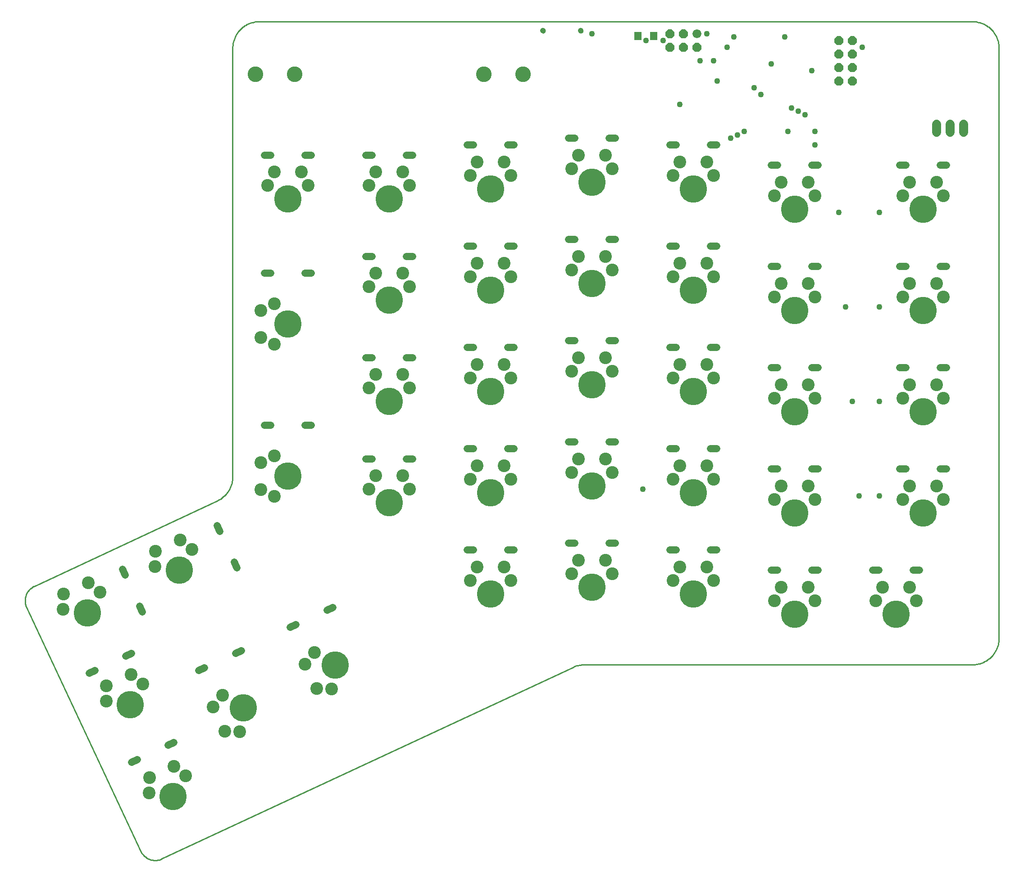
<source format=gbs>
G75*
G70*
%OFA0B0*%
%FSLAX24Y24*%
%IPPOS*%
%LPD*%
%AMOC8*
5,1,8,0,0,1.08239X$1,22.5*
%
%ADD10C,0.0100*%
%ADD11C,0.0945*%
%ADD12C,0.2030*%
%ADD13C,0.0540*%
%ADD14C,0.1155*%
%ADD15OC8,0.0660*%
%ADD16C,0.0000*%
%ADD17C,0.0414*%
%ADD18C,0.0660*%
%ADD19R,0.0532X0.0611*%
%ADD20C,0.0660*%
%ADD21C,0.0436*%
D10*
X011301Y002388D02*
X002853Y020446D01*
X002827Y020506D01*
X002804Y020569D01*
X002785Y020632D01*
X002769Y020696D01*
X002757Y020761D01*
X002748Y020827D01*
X002743Y020893D01*
X002742Y020959D01*
X002745Y021026D01*
X002751Y021092D01*
X002761Y021157D01*
X002775Y021222D01*
X002792Y021286D01*
X002813Y021349D01*
X002837Y021410D01*
X002865Y021470D01*
X002896Y021529D01*
X002930Y021586D01*
X002968Y021640D01*
X003008Y021693D01*
X003051Y021743D01*
X003098Y021791D01*
X003146Y021836D01*
X003197Y021878D01*
X003251Y021917D01*
X003306Y021953D01*
X003364Y021986D01*
X003423Y022016D01*
X003422Y022016D02*
X016965Y028348D01*
X016966Y028347D02*
X017049Y028389D01*
X017130Y028434D01*
X017209Y028483D01*
X017286Y028536D01*
X017360Y028592D01*
X017431Y028652D01*
X017500Y028715D01*
X017565Y028781D01*
X017627Y028850D01*
X017686Y028922D01*
X017741Y028997D01*
X017793Y029074D01*
X017841Y029153D01*
X017885Y029235D01*
X017926Y029319D01*
X017962Y029405D01*
X017994Y029492D01*
X018022Y029580D01*
X018046Y029670D01*
X018066Y029761D01*
X018081Y029853D01*
X018092Y029945D01*
X018099Y030038D01*
X018101Y030131D01*
X018100Y030131D02*
X018100Y061870D01*
X018102Y061964D01*
X018109Y062057D01*
X018120Y062150D01*
X018136Y062243D01*
X018156Y062334D01*
X018180Y062425D01*
X018208Y062514D01*
X018241Y062602D01*
X018278Y062688D01*
X018319Y062772D01*
X018364Y062855D01*
X018413Y062935D01*
X018465Y063012D01*
X018521Y063087D01*
X018581Y063159D01*
X018644Y063229D01*
X018710Y063295D01*
X018780Y063358D01*
X018852Y063418D01*
X018927Y063474D01*
X019004Y063526D01*
X019084Y063575D01*
X019167Y063620D01*
X019251Y063661D01*
X019337Y063698D01*
X019425Y063731D01*
X019514Y063759D01*
X019605Y063783D01*
X019696Y063803D01*
X019789Y063819D01*
X019882Y063830D01*
X019975Y063837D01*
X020069Y063839D01*
X072825Y063839D01*
X072919Y063837D01*
X073012Y063830D01*
X073105Y063819D01*
X073198Y063803D01*
X073289Y063783D01*
X073380Y063759D01*
X073469Y063731D01*
X073557Y063698D01*
X073643Y063661D01*
X073727Y063620D01*
X073809Y063575D01*
X073890Y063526D01*
X073967Y063474D01*
X074042Y063418D01*
X074114Y063358D01*
X074184Y063295D01*
X074250Y063229D01*
X074313Y063159D01*
X074373Y063087D01*
X074429Y063012D01*
X074481Y062935D01*
X074530Y062854D01*
X074575Y062772D01*
X074616Y062688D01*
X074653Y062602D01*
X074686Y062514D01*
X074714Y062425D01*
X074738Y062334D01*
X074758Y062243D01*
X074774Y062150D01*
X074785Y062057D01*
X074792Y061964D01*
X074794Y061870D01*
X074793Y061870D02*
X074793Y018169D01*
X074794Y018169D02*
X074792Y018075D01*
X074785Y017982D01*
X074774Y017889D01*
X074758Y017796D01*
X074738Y017705D01*
X074714Y017614D01*
X074686Y017525D01*
X074653Y017437D01*
X074616Y017351D01*
X074575Y017267D01*
X074530Y017185D01*
X074481Y017104D01*
X074429Y017027D01*
X074373Y016952D01*
X074313Y016880D01*
X074250Y016810D01*
X074184Y016744D01*
X074114Y016681D01*
X074042Y016621D01*
X073967Y016565D01*
X073890Y016513D01*
X073810Y016464D01*
X073727Y016419D01*
X073643Y016378D01*
X073557Y016341D01*
X073469Y016308D01*
X073380Y016280D01*
X073289Y016256D01*
X073198Y016236D01*
X073105Y016220D01*
X073012Y016209D01*
X072919Y016202D01*
X072825Y016200D01*
X072825Y016201D02*
X044127Y016201D01*
X043295Y016016D02*
X012870Y001818D01*
X012807Y001791D01*
X012743Y001767D01*
X012677Y001747D01*
X012610Y001731D01*
X012543Y001720D01*
X012475Y001712D01*
X012406Y001708D01*
X012337Y001707D01*
X012269Y001711D01*
X012201Y001719D01*
X012133Y001731D01*
X012066Y001747D01*
X012000Y001767D01*
X011936Y001790D01*
X011873Y001817D01*
X011811Y001848D01*
X011752Y001882D01*
X011695Y001920D01*
X011639Y001961D01*
X011587Y002005D01*
X011537Y002052D01*
X011490Y002102D01*
X011445Y002154D01*
X011404Y002209D01*
X011367Y002267D01*
X011332Y002326D01*
X011301Y002387D01*
X043294Y016016D02*
X043382Y016055D01*
X043471Y016089D01*
X043562Y016118D01*
X043654Y016143D01*
X043747Y016164D01*
X043841Y016180D01*
X043936Y016192D01*
X044031Y016199D01*
X044127Y016201D01*
D11*
X038691Y022437D03*
X038191Y023437D03*
X036191Y023437D03*
X035691Y022437D03*
X043191Y022937D03*
X043691Y023937D03*
X045691Y023937D03*
X046191Y022937D03*
X050691Y022437D03*
X051191Y023437D03*
X053191Y023437D03*
X053691Y022437D03*
X058191Y020937D03*
X058691Y021937D03*
X060691Y021937D03*
X061191Y020937D03*
X065691Y020937D03*
X066191Y021937D03*
X068191Y021937D03*
X068691Y020937D03*
X067691Y028437D03*
X068191Y029437D03*
X070191Y029437D03*
X070691Y028437D03*
X070691Y035937D03*
X070191Y036937D03*
X068191Y036937D03*
X067691Y035937D03*
X061191Y035937D03*
X060691Y036937D03*
X058691Y036937D03*
X058191Y035937D03*
X053691Y037437D03*
X053191Y038437D03*
X051191Y038437D03*
X050691Y037437D03*
X046191Y037937D03*
X045691Y038937D03*
X043691Y038937D03*
X043191Y037937D03*
X038691Y037437D03*
X038191Y038437D03*
X036191Y038437D03*
X035691Y037437D03*
X031191Y036687D03*
X030691Y037687D03*
X028691Y037687D03*
X028191Y036687D03*
X021191Y039933D03*
X020191Y040433D03*
X020191Y042433D03*
X021191Y042933D03*
X028191Y044187D03*
X028691Y045187D03*
X030691Y045187D03*
X031191Y044187D03*
X035691Y044937D03*
X036191Y045937D03*
X038191Y045937D03*
X038691Y044937D03*
X043191Y045437D03*
X043691Y046437D03*
X045691Y046437D03*
X046191Y045437D03*
X050691Y044937D03*
X051191Y045937D03*
X053191Y045937D03*
X053691Y044937D03*
X058191Y043437D03*
X058691Y044437D03*
X060691Y044437D03*
X061191Y043437D03*
X067691Y043437D03*
X068191Y044437D03*
X070191Y044437D03*
X070691Y043437D03*
X070691Y050937D03*
X070191Y051937D03*
X068191Y051937D03*
X067691Y050937D03*
X061191Y050937D03*
X060691Y051937D03*
X058691Y051937D03*
X058191Y050937D03*
X053691Y052437D03*
X053191Y053437D03*
X051191Y053437D03*
X050691Y052437D03*
X046191Y052937D03*
X045691Y053937D03*
X043691Y053937D03*
X043191Y052937D03*
X038691Y052437D03*
X038191Y053437D03*
X036191Y053437D03*
X035691Y052437D03*
X031191Y051687D03*
X030691Y052687D03*
X028691Y052687D03*
X028191Y051687D03*
X023691Y051687D03*
X023191Y052687D03*
X021191Y052687D03*
X020691Y051687D03*
X021191Y031683D03*
X020191Y031183D03*
X020191Y029183D03*
X021191Y028683D03*
X015086Y024741D03*
X014210Y025436D03*
X012397Y024591D03*
X012367Y023474D03*
X008289Y021572D03*
X007413Y022267D03*
X005600Y021422D03*
X005570Y020305D03*
X010582Y015470D03*
X011458Y014775D03*
X008769Y014625D03*
X008739Y013508D03*
X013752Y008672D03*
X014628Y007977D03*
X011939Y007827D03*
X011909Y006710D03*
X017513Y011254D03*
X018630Y011223D03*
X016667Y013066D03*
X017362Y013942D03*
X023464Y016236D03*
X024159Y017112D03*
X024310Y014424D03*
X025427Y014393D03*
X028191Y029187D03*
X028691Y030187D03*
X030691Y030187D03*
X031191Y029187D03*
X035691Y029937D03*
X036191Y030937D03*
X038191Y030937D03*
X038691Y029937D03*
X043191Y030437D03*
X043691Y031437D03*
X045691Y031437D03*
X046191Y030437D03*
X050691Y029937D03*
X051191Y030937D03*
X053191Y030937D03*
X053691Y029937D03*
X058191Y028437D03*
X058691Y029437D03*
X060691Y029437D03*
X061191Y028437D03*
D12*
X059691Y027437D03*
X052191Y028937D03*
X059691Y034937D03*
X052191Y036437D03*
X059691Y042437D03*
X052191Y043937D03*
X059691Y049937D03*
X052191Y051437D03*
X044691Y051937D03*
X037191Y051437D03*
X029691Y050687D03*
X022191Y050687D03*
X029691Y043187D03*
X037191Y043937D03*
X044691Y044437D03*
X044691Y036937D03*
X037191Y036437D03*
X029691Y035687D03*
X022191Y030183D03*
X029691Y028187D03*
X037191Y028937D03*
X044691Y029437D03*
X044691Y021937D03*
X052191Y021437D03*
X059691Y019937D03*
X067191Y019937D03*
X069191Y027437D03*
X069191Y034937D03*
X069191Y042437D03*
X069191Y049937D03*
X037191Y021437D03*
X025700Y016175D03*
X018903Y013005D03*
X013691Y006437D03*
X010521Y013235D03*
X007352Y020032D03*
X014149Y023201D03*
X022191Y041433D03*
D13*
X011049Y009155D02*
X010614Y008952D01*
X013333Y010220D02*
X013768Y010422D01*
X015598Y015752D02*
X016033Y015955D01*
X018317Y017020D02*
X018752Y017223D01*
X022364Y018952D02*
X022799Y019155D01*
X025083Y020220D02*
X025518Y020422D01*
X018426Y023360D02*
X018223Y023795D01*
X017158Y026079D02*
X016955Y026514D01*
X009955Y023264D02*
X010158Y022829D01*
X011223Y020545D02*
X011426Y020110D01*
X010634Y017039D02*
X010199Y016836D01*
X007916Y015771D02*
X007481Y015569D01*
X027951Y031437D02*
X028431Y031437D01*
X030951Y031437D02*
X031431Y031437D01*
X035451Y032187D02*
X035931Y032187D01*
X038451Y032187D02*
X038931Y032187D01*
X042951Y032687D02*
X043431Y032687D01*
X045951Y032687D02*
X046431Y032687D01*
X050451Y032187D02*
X050931Y032187D01*
X053451Y032187D02*
X053931Y032187D01*
X057951Y030687D02*
X058431Y030687D01*
X060951Y030687D02*
X061431Y030687D01*
X067451Y030687D02*
X067931Y030687D01*
X070451Y030687D02*
X070931Y030687D01*
X070931Y038187D02*
X070451Y038187D01*
X067931Y038187D02*
X067451Y038187D01*
X061431Y038187D02*
X060951Y038187D01*
X058431Y038187D02*
X057951Y038187D01*
X053931Y039687D02*
X053451Y039687D01*
X050931Y039687D02*
X050451Y039687D01*
X046431Y040187D02*
X045951Y040187D01*
X043431Y040187D02*
X042951Y040187D01*
X038931Y039687D02*
X038451Y039687D01*
X035931Y039687D02*
X035451Y039687D01*
X031431Y038937D02*
X030951Y038937D01*
X028431Y038937D02*
X027951Y038937D01*
X023931Y033937D02*
X023451Y033937D01*
X020931Y033937D02*
X020451Y033937D01*
X020451Y045187D02*
X020931Y045187D01*
X023451Y045187D02*
X023931Y045187D01*
X027951Y046437D02*
X028431Y046437D01*
X030951Y046437D02*
X031431Y046437D01*
X035451Y047187D02*
X035931Y047187D01*
X038451Y047187D02*
X038931Y047187D01*
X042951Y047687D02*
X043431Y047687D01*
X045951Y047687D02*
X046431Y047687D01*
X050451Y047187D02*
X050931Y047187D01*
X053451Y047187D02*
X053931Y047187D01*
X057951Y045687D02*
X058431Y045687D01*
X060951Y045687D02*
X061431Y045687D01*
X067451Y045687D02*
X067931Y045687D01*
X070451Y045687D02*
X070931Y045687D01*
X070931Y053187D02*
X070451Y053187D01*
X067931Y053187D02*
X067451Y053187D01*
X061431Y053187D02*
X060951Y053187D01*
X058431Y053187D02*
X057951Y053187D01*
X053931Y054687D02*
X053451Y054687D01*
X050931Y054687D02*
X050451Y054687D01*
X046431Y055187D02*
X045951Y055187D01*
X043431Y055187D02*
X042951Y055187D01*
X038931Y054687D02*
X038451Y054687D01*
X035931Y054687D02*
X035451Y054687D01*
X031431Y053937D02*
X030951Y053937D01*
X028431Y053937D02*
X027951Y053937D01*
X023931Y053937D02*
X023451Y053937D01*
X020931Y053937D02*
X020451Y053937D01*
X042951Y025187D02*
X043431Y025187D01*
X045951Y025187D02*
X046431Y025187D01*
X050451Y024687D02*
X050931Y024687D01*
X053451Y024687D02*
X053931Y024687D01*
X057951Y023187D02*
X058431Y023187D01*
X060951Y023187D02*
X061431Y023187D01*
X065451Y023187D02*
X065931Y023187D01*
X068451Y023187D02*
X068931Y023187D01*
X038931Y024687D02*
X038451Y024687D01*
X035931Y024687D02*
X035451Y024687D01*
D14*
X036691Y059937D03*
X039591Y059937D03*
X022691Y059937D03*
X019791Y059937D03*
D15*
X050441Y061937D03*
X051441Y061937D03*
X052441Y061937D03*
X051441Y062937D03*
X050441Y062937D03*
X062941Y062437D03*
X063941Y062437D03*
X063941Y061437D03*
X063941Y060437D03*
X062941Y060437D03*
X062941Y061437D03*
X062941Y059437D03*
X063941Y059437D03*
D16*
X043679Y063160D02*
X043681Y063186D01*
X043687Y063212D01*
X043697Y063237D01*
X043710Y063260D01*
X043726Y063280D01*
X043746Y063298D01*
X043768Y063313D01*
X043791Y063325D01*
X043817Y063333D01*
X043843Y063337D01*
X043869Y063337D01*
X043895Y063333D01*
X043921Y063325D01*
X043945Y063313D01*
X043966Y063298D01*
X043986Y063280D01*
X044002Y063260D01*
X044015Y063237D01*
X044025Y063212D01*
X044031Y063186D01*
X044033Y063160D01*
X044031Y063134D01*
X044025Y063108D01*
X044015Y063083D01*
X044002Y063060D01*
X043986Y063040D01*
X043966Y063022D01*
X043944Y063007D01*
X043921Y062995D01*
X043895Y062987D01*
X043869Y062983D01*
X043843Y062983D01*
X043817Y062987D01*
X043791Y062995D01*
X043767Y063007D01*
X043746Y063022D01*
X043726Y063040D01*
X043710Y063060D01*
X043697Y063083D01*
X043687Y063108D01*
X043681Y063134D01*
X043679Y063160D01*
X040884Y063160D02*
X040886Y063186D01*
X040892Y063212D01*
X040902Y063237D01*
X040915Y063260D01*
X040931Y063280D01*
X040951Y063298D01*
X040973Y063313D01*
X040996Y063325D01*
X041022Y063333D01*
X041048Y063337D01*
X041074Y063337D01*
X041100Y063333D01*
X041126Y063325D01*
X041150Y063313D01*
X041171Y063298D01*
X041191Y063280D01*
X041207Y063260D01*
X041220Y063237D01*
X041230Y063212D01*
X041236Y063186D01*
X041238Y063160D01*
X041236Y063134D01*
X041230Y063108D01*
X041220Y063083D01*
X041207Y063060D01*
X041191Y063040D01*
X041171Y063022D01*
X041149Y063007D01*
X041126Y062995D01*
X041100Y062987D01*
X041074Y062983D01*
X041048Y062983D01*
X041022Y062987D01*
X040996Y062995D01*
X040972Y063007D01*
X040951Y063022D01*
X040931Y063040D01*
X040915Y063060D01*
X040902Y063083D01*
X040892Y063108D01*
X040886Y063134D01*
X040884Y063160D01*
D17*
X041061Y063160D03*
X043856Y063160D03*
D18*
X052441Y062937D03*
D19*
X049264Y062776D03*
X048082Y062776D03*
D20*
X070191Y056237D02*
X070191Y055637D01*
X071191Y055637D02*
X071191Y056237D01*
X072191Y056237D02*
X072191Y055637D01*
D21*
X065941Y049687D03*
X062941Y049687D03*
X061191Y054687D03*
X061191Y055687D03*
X060441Y056937D03*
X059941Y057187D03*
X059441Y057437D03*
X059191Y055687D03*
X055941Y055687D03*
X055441Y055437D03*
X054941Y055187D03*
X057191Y058437D03*
X056691Y058937D03*
X057941Y060687D03*
X058941Y062687D03*
X060941Y060187D03*
X064691Y061937D03*
X055191Y062687D03*
X054691Y061937D03*
X053691Y060937D03*
X052691Y060937D03*
X053941Y059437D03*
X051191Y057687D03*
X049941Y062437D03*
X048691Y062437D03*
X044691Y062937D03*
X053191Y062937D03*
X063441Y042687D03*
X065941Y042687D03*
X065941Y035687D03*
X063941Y035687D03*
X064441Y028687D03*
X065941Y028687D03*
X048441Y029187D03*
M02*

</source>
